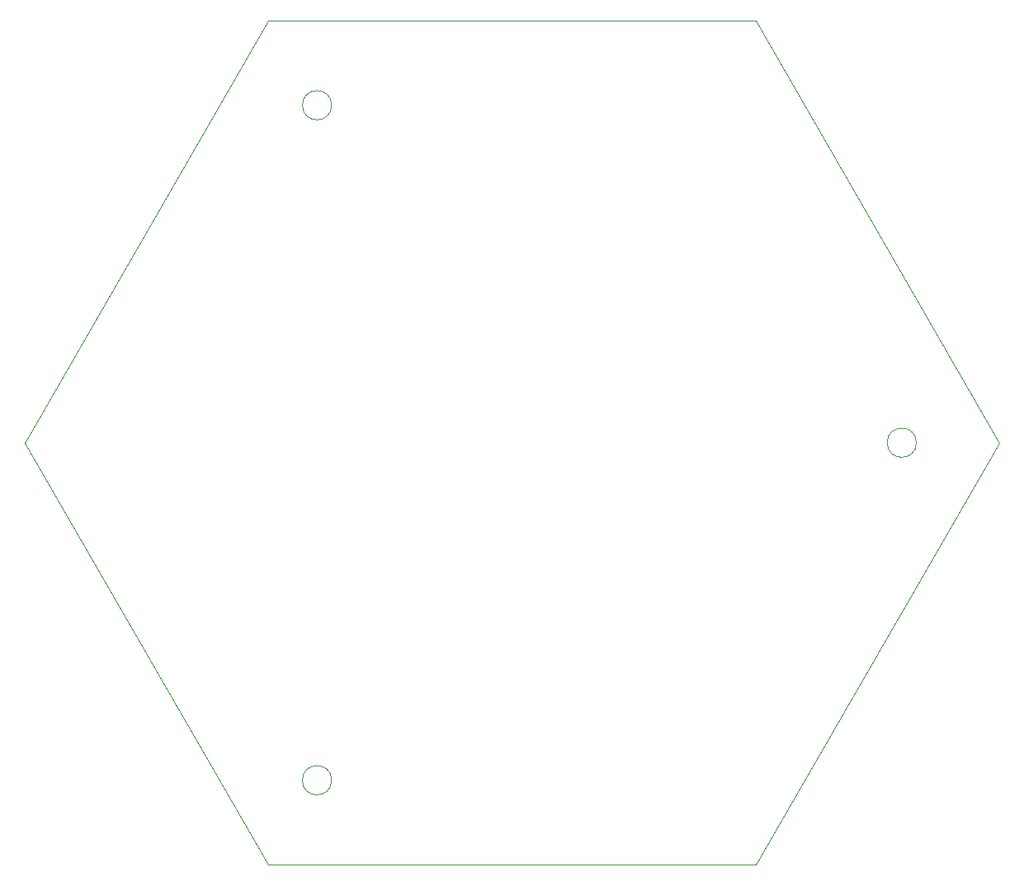
<source format=gbr>
G04 #@! TF.GenerationSoftware,KiCad,Pcbnew,(5.1.5)-3*
G04 #@! TF.CreationDate,2020-03-06T21:22:36+08:00*
G04 #@! TF.ProjectId,Misaka,4d697361-6b61-42e6-9b69-6361645f7063,rev?*
G04 #@! TF.SameCoordinates,Original*
G04 #@! TF.FileFunction,Profile,NP*
%FSLAX46Y46*%
G04 Gerber Fmt 4.6, Leading zero omitted, Abs format (unit mm)*
G04 Created by KiCad (PCBNEW (5.1.5)-3) date 2020-03-06 21:22:36*
%MOMM*%
%LPD*%
G04 APERTURE LIST*
%ADD10C,0.050000*%
G04 APERTURE END LIST*
D10*
X56499999Y-109641017D02*
G75*
G03X56499999Y-109641017I-1500000J0D01*
G01*
X56499999Y-40358982D02*
G75*
G03X56499999Y-40358982I-1500000J0D01*
G01*
X116500001Y-75000000D02*
G75*
G03X116500001Y-75000000I-1500000J0D01*
G01*
X50000000Y-31698729D02*
X100000000Y-31698729D01*
X25000000Y-74999999D02*
X50000000Y-31698729D01*
X49999999Y-118301270D02*
X25000000Y-74999999D01*
X99999999Y-118301270D02*
X49999999Y-118301270D01*
X125000000Y-75000000D02*
X99999999Y-118301270D01*
X100000000Y-31698729D02*
X125000000Y-75000000D01*
M02*

</source>
